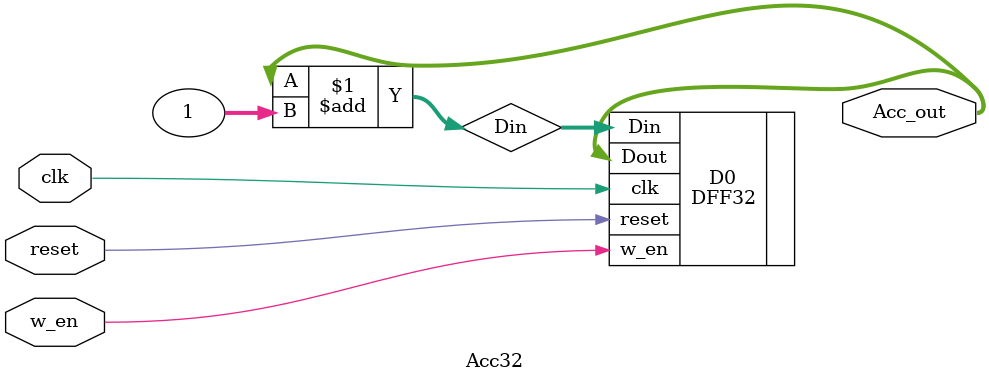
<source format=v>
module Acc32(clk, w_en, reset, Acc_out);
input clk, w_en, reset;
output [31:0] Acc_out;

wire [31:0] Din;

assign Din = Acc_out + 32'd1;

DFF32 D0(.Din(Din), 
		 .reset(reset), 
		 .w_en(w_en), 
		 .clk(clk), 
		 .Dout(Acc_out));

endmodule

</source>
